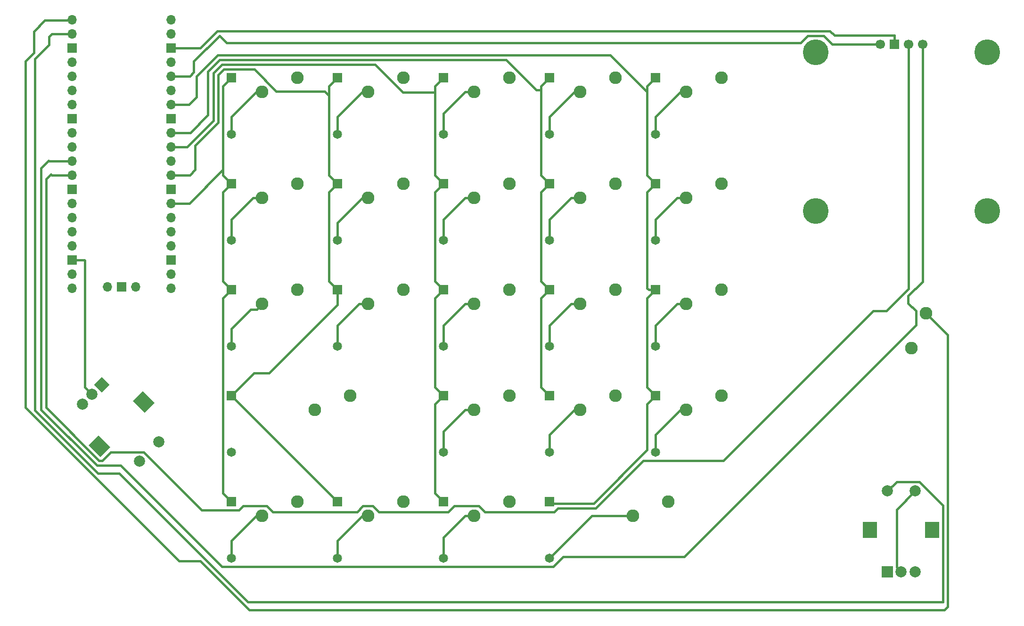
<source format=gbl>
%TF.GenerationSoftware,KiCad,Pcbnew,(5.1.10-1-10_14)*%
%TF.CreationDate,2021-11-02T16:22:22+01:00*%
%TF.ProjectId,blastpad,626c6173-7470-4616-942e-6b696361645f,rev?*%
%TF.SameCoordinates,Original*%
%TF.FileFunction,Copper,L2,Bot*%
%TF.FilePolarity,Positive*%
%FSLAX46Y46*%
G04 Gerber Fmt 4.6, Leading zero omitted, Abs format (unit mm)*
G04 Created by KiCad (PCBNEW (5.1.10-1-10_14)) date 2021-11-02 16:22:22*
%MOMM*%
%LPD*%
G01*
G04 APERTURE LIST*
%TA.AperFunction,ComponentPad*%
%ADD10C,1.651000*%
%TD*%
%TA.AperFunction,ComponentPad*%
%ADD11R,1.651000X1.651000*%
%TD*%
%TA.AperFunction,ComponentPad*%
%ADD12R,1.700000X1.700000*%
%TD*%
%TA.AperFunction,ComponentPad*%
%ADD13C,1.700000*%
%TD*%
%TA.AperFunction,WasherPad*%
%ADD14C,4.620000*%
%TD*%
%TA.AperFunction,ComponentPad*%
%ADD15O,1.700000X1.700000*%
%TD*%
%TA.AperFunction,ComponentPad*%
%ADD16C,2.286000*%
%TD*%
%TA.AperFunction,ComponentPad*%
%ADD17R,2.000000X2.000000*%
%TD*%
%TA.AperFunction,ComponentPad*%
%ADD18C,2.000000*%
%TD*%
%TA.AperFunction,ComponentPad*%
%ADD19R,2.500000X3.000000*%
%TD*%
%TA.AperFunction,ComponentPad*%
%ADD20C,0.150000*%
%TD*%
%TA.AperFunction,Conductor*%
%ADD21C,0.381000*%
%TD*%
G04 APERTURE END LIST*
D10*
%TO.P,D4:4,1*%
%TO.N,Net-(D4:4-Pad1)*%
X446900000Y-45080000D03*
D11*
%TO.P,D4:4,2*%
%TO.N,/COL4*%
X446900000Y-34920000D03*
%TD*%
D10*
%TO.P,D4:3,1*%
%TO.N,Net-(D4:3-Pad1)*%
X427850000Y-45080000D03*
D11*
%TO.P,D4:3,2*%
%TO.N,/COL3*%
X427850000Y-34920000D03*
%TD*%
D10*
%TO.P,D4:2,1*%
%TO.N,Net-(D4:2-Pad1)*%
X408800000Y-45080000D03*
D11*
%TO.P,D4:2,2*%
%TO.N,/COL2*%
X408800000Y-34920000D03*
%TD*%
D10*
%TO.P,D4:1,1*%
%TO.N,Net-(D4:1-Pad1)*%
X389750000Y-45080000D03*
D11*
%TO.P,D4:1,2*%
%TO.N,/COL1*%
X389750000Y-34920000D03*
%TD*%
D10*
%TO.P,D4:0,1*%
%TO.N,Net-(D4:0-Pad1)*%
X370700000Y-45080000D03*
D11*
%TO.P,D4:0,2*%
%TO.N,/COL0*%
X370700000Y-34920000D03*
%TD*%
D10*
%TO.P,D3:4,1*%
%TO.N,Net-(D3:4-Pad1)*%
X446900000Y-64130000D03*
D11*
%TO.P,D3:4,2*%
%TO.N,/COL4*%
X446900000Y-53970000D03*
%TD*%
D10*
%TO.P,D3:3,1*%
%TO.N,Net-(D3:3-Pad1)*%
X427850000Y-64130000D03*
D11*
%TO.P,D3:3,2*%
%TO.N,/COL3*%
X427850000Y-53970000D03*
%TD*%
D10*
%TO.P,D3:2,1*%
%TO.N,Net-(D3:2-Pad1)*%
X408800000Y-64130000D03*
D11*
%TO.P,D3:2,2*%
%TO.N,/COL2*%
X408800000Y-53970000D03*
%TD*%
D10*
%TO.P,D3:1,1*%
%TO.N,Net-(D3:1-Pad1)*%
X389750000Y-64130000D03*
D11*
%TO.P,D3:1,2*%
%TO.N,/COL1*%
X389750000Y-53970000D03*
%TD*%
D10*
%TO.P,D3:0,1*%
%TO.N,Net-(D3:0-Pad1)*%
X370700000Y-64130000D03*
D11*
%TO.P,D3:0,2*%
%TO.N,/COL0*%
X370700000Y-53970000D03*
%TD*%
D10*
%TO.P,D2:4,1*%
%TO.N,Net-(D2:4-Pad1)*%
X446900000Y-83180000D03*
D11*
%TO.P,D2:4,2*%
%TO.N,/COL4*%
X446900000Y-73020000D03*
%TD*%
D10*
%TO.P,D2:3,1*%
%TO.N,Net-(D2:3-Pad1)*%
X427850000Y-83180000D03*
D11*
%TO.P,D2:3,2*%
%TO.N,/COL3*%
X427850000Y-73020000D03*
%TD*%
D10*
%TO.P,D2:2,1*%
%TO.N,Net-(D2:2-Pad1)*%
X408800000Y-83180000D03*
D11*
%TO.P,D2:2,2*%
%TO.N,/COL2*%
X408800000Y-73020000D03*
%TD*%
D10*
%TO.P,D2:1,1*%
%TO.N,Net-(D2:1-Pad1)*%
X389750000Y-83180000D03*
D11*
%TO.P,D2:1,2*%
%TO.N,/COL1*%
X389750000Y-73020000D03*
%TD*%
D10*
%TO.P,D2:0,1*%
%TO.N,Net-(D2:0-Pad1)*%
X370700000Y-83180000D03*
D11*
%TO.P,D2:0,2*%
%TO.N,/COL0*%
X370700000Y-73020000D03*
%TD*%
D10*
%TO.P,D1:4,1*%
%TO.N,Net-(D1:4-Pad1)*%
X446900000Y-102230000D03*
D11*
%TO.P,D1:4,2*%
%TO.N,/COL4*%
X446900000Y-92070000D03*
%TD*%
D10*
%TO.P,D1:3,1*%
%TO.N,Net-(D1:3-Pad1)*%
X427850000Y-102230000D03*
D11*
%TO.P,D1:3,2*%
%TO.N,/COL3*%
X427850000Y-92070000D03*
%TD*%
D10*
%TO.P,D1:2,1*%
%TO.N,Net-(D1:2-Pad1)*%
X408800000Y-102230000D03*
D11*
%TO.P,D1:2,2*%
%TO.N,/COL2*%
X408800000Y-92070000D03*
%TD*%
D10*
%TO.P,D1:1,1*%
%TO.N,Net-(D1:1-Pad1)*%
X370700000Y-102230000D03*
D11*
%TO.P,D1:1,2*%
%TO.N,/COL1*%
X370700000Y-92070000D03*
%TD*%
D10*
%TO.P,D0:4,1*%
%TO.N,Net-(D0:4-Pad1)*%
X427850000Y-121280000D03*
D11*
%TO.P,D0:4,2*%
%TO.N,/COL4*%
X427850000Y-111120000D03*
%TD*%
D10*
%TO.P,D0:2,1*%
%TO.N,Net-(D0:2-Pad1)*%
X408800000Y-121280000D03*
D11*
%TO.P,D0:2,2*%
%TO.N,/COL2*%
X408800000Y-111120000D03*
%TD*%
D10*
%TO.P,D0:1,1*%
%TO.N,Net-(D0:1-Pad1)*%
X389750000Y-121280000D03*
D11*
%TO.P,D0:1,2*%
%TO.N,/COL1*%
X389750000Y-111120000D03*
%TD*%
D10*
%TO.P,D0:0,1*%
%TO.N,Net-(D0:0-Pad1)*%
X370700000Y-121280000D03*
D11*
%TO.P,D0:0,2*%
%TO.N,/COL0*%
X370700000Y-111120000D03*
%TD*%
D12*
%TO.P,DISPLAY1,2*%
%TO.N,GND*%
X489810000Y-28875000D03*
D13*
%TO.P,DISPLAY1,3*%
%TO.N,/SCL*%
X492350000Y-28875000D03*
%TO.P,DISPLAY1,4*%
%TO.N,/SDA*%
X494890000Y-28875000D03*
%TO.P,DISPLAY1,1*%
%TO.N,VCC*%
X487270000Y-28875000D03*
D14*
%TO.P,DISPLAY1,*%
%TO.N,*%
X475677400Y-30333000D03*
X506482600Y-30333000D03*
X506482600Y-58907000D03*
X475677400Y-58907000D03*
%TD*%
D15*
%TO.P,MCU1,43*%
%TO.N,Net-(MCU1-Pad43)*%
X353540000Y-72500000D03*
D12*
%TO.P,MCU1,42*%
%TO.N,Net-(MCU1-Pad42)*%
X351000000Y-72500000D03*
D15*
%TO.P,MCU1,41*%
%TO.N,Net-(MCU1-Pad41)*%
X348460000Y-72500000D03*
%TO.P,MCU1,40*%
%TO.N,Net-(MCU1-Pad40)*%
X359890000Y-24470000D03*
%TO.P,MCU1,39*%
%TO.N,Net-(MCU1-Pad39)*%
X359890000Y-27010000D03*
D12*
%TO.P,MCU1,38*%
%TO.N,GND*%
X359890000Y-29550000D03*
D15*
%TO.P,MCU1,37*%
%TO.N,Net-(MCU1-Pad37)*%
X359890000Y-32090000D03*
%TO.P,MCU1,36*%
%TO.N,VCC*%
X359890000Y-34630000D03*
%TO.P,MCU1,35*%
%TO.N,Net-(MCU1-Pad35)*%
X359890000Y-37170000D03*
%TO.P,MCU1,34*%
%TO.N,/COL4*%
X359890000Y-39710000D03*
D12*
%TO.P,MCU1,33*%
%TO.N,GND*%
X359890000Y-42250000D03*
D15*
%TO.P,MCU1,32*%
%TO.N,/COL3*%
X359890000Y-44790000D03*
%TO.P,MCU1,31*%
%TO.N,/COL2*%
X359890000Y-47330000D03*
%TO.P,MCU1,30*%
%TO.N,Net-(MCU1-Pad30)*%
X359890000Y-49870000D03*
%TO.P,MCU1,29*%
%TO.N,/COL1*%
X359890000Y-52410000D03*
D12*
%TO.P,MCU1,28*%
%TO.N,GND*%
X359890000Y-54950000D03*
D15*
%TO.P,MCU1,27*%
%TO.N,/COL0*%
X359890000Y-57490000D03*
%TO.P,MCU1,26*%
%TO.N,/ROW4*%
X359890000Y-60030000D03*
%TO.P,MCU1,25*%
%TO.N,/ROW3*%
X359890000Y-62570000D03*
%TO.P,MCU1,24*%
%TO.N,/ROW2*%
X359890000Y-65110000D03*
D12*
%TO.P,MCU1,23*%
%TO.N,GND*%
X359890000Y-67650000D03*
D15*
%TO.P,MCU1,22*%
%TO.N,/ROW1*%
X359890000Y-70190000D03*
%TO.P,MCU1,21*%
%TO.N,/ROW0*%
X359890000Y-72730000D03*
%TO.P,MCU1,20*%
%TO.N,/EN2_SW*%
X342110000Y-72730000D03*
%TO.P,MCU1,19*%
%TO.N,Net-(MCU1-Pad19)*%
X342110000Y-70190000D03*
D12*
%TO.P,MCU1,18*%
%TO.N,GND*%
X342110000Y-67650000D03*
D15*
%TO.P,MCU1,17*%
%TO.N,Net-(MCU1-Pad17)*%
X342110000Y-65110000D03*
%TO.P,MCU1,16*%
%TO.N,Net-(MCU1-Pad16)*%
X342110000Y-62570000D03*
%TO.P,MCU1,15*%
%TO.N,Net-(MCU1-Pad15)*%
X342110000Y-60030000D03*
%TO.P,MCU1,14*%
%TO.N,Net-(MCU1-Pad14)*%
X342110000Y-57490000D03*
D12*
%TO.P,MCU1,13*%
%TO.N,GND*%
X342110000Y-54950000D03*
D15*
%TO.P,MCU1,12*%
%TO.N,/SCL*%
X342110000Y-52410000D03*
%TO.P,MCU1,11*%
%TO.N,/SDA*%
X342110000Y-49870000D03*
%TO.P,MCU1,10*%
%TO.N,Net-(MCU1-Pad10)*%
X342110000Y-47330000D03*
%TO.P,MCU1,9*%
%TO.N,Net-(MCU1-Pad9)*%
X342110000Y-44790000D03*
D12*
%TO.P,MCU1,8*%
%TO.N,GND*%
X342110000Y-42250000D03*
D15*
%TO.P,MCU1,7*%
%TO.N,/EN1_A*%
X342110000Y-39710000D03*
%TO.P,MCU1,6*%
%TO.N,/EN1_B*%
X342110000Y-37170000D03*
%TO.P,MCU1,5*%
%TO.N,/EN2_A*%
X342110000Y-34630000D03*
%TO.P,MCU1,4*%
%TO.N,/EN2_B*%
X342110000Y-32090000D03*
D12*
%TO.P,MCU1,3*%
%TO.N,GND*%
X342110000Y-29550000D03*
D15*
%TO.P,MCU1,2*%
%TO.N,/EN1_SW*%
X342110000Y-27010000D03*
%TO.P,MCU1,1*%
%TO.N,/SW_WHEEL*%
X342110000Y-24470000D03*
%TD*%
D16*
%TO.P,SW0:0,2*%
%TO.N,Net-(D0:0-Pad1)*%
X376190000Y-113660000D03*
%TO.P,SW0:0,1*%
%TO.N,/ROW0*%
X382540000Y-111120000D03*
%TD*%
%TO.P,SW0:1,2*%
%TO.N,Net-(D0:1-Pad1)*%
X395240000Y-113660000D03*
%TO.P,SW0:1,1*%
%TO.N,/ROW0*%
X401590000Y-111120000D03*
%TD*%
%TO.P,SW0:2,2*%
%TO.N,Net-(D0:2-Pad1)*%
X414290000Y-113660000D03*
%TO.P,SW0:2,1*%
%TO.N,/ROW0*%
X420640000Y-111120000D03*
%TD*%
%TO.P,SW0:4,2*%
%TO.N,Net-(D0:4-Pad1)*%
X442865000Y-113660000D03*
%TO.P,SW0:4,1*%
%TO.N,/ROW0*%
X449215000Y-111120000D03*
%TD*%
%TO.P,SW1:1,2*%
%TO.N,Net-(D1:1-Pad1)*%
X385715000Y-94610000D03*
%TO.P,SW1:1,1*%
%TO.N,/ROW1*%
X392065000Y-92070000D03*
%TD*%
%TO.P,SW1:2,2*%
%TO.N,Net-(D1:2-Pad1)*%
X414290000Y-94610000D03*
%TO.P,SW1:2,1*%
%TO.N,/ROW1*%
X420640000Y-92070000D03*
%TD*%
%TO.P,SW1:3,2*%
%TO.N,Net-(D1:3-Pad1)*%
X433340000Y-94610000D03*
%TO.P,SW1:3,1*%
%TO.N,/ROW1*%
X439690000Y-92070000D03*
%TD*%
%TO.P,SW1:4,2*%
%TO.N,Net-(D1:4-Pad1)*%
X452390000Y-94610000D03*
%TO.P,SW1:4,1*%
%TO.N,/ROW1*%
X458740000Y-92070000D03*
%TD*%
%TO.P,SW2:0,2*%
%TO.N,Net-(D2:0-Pad1)*%
X376190000Y-75560000D03*
%TO.P,SW2:0,1*%
%TO.N,/ROW2*%
X382540000Y-73020000D03*
%TD*%
%TO.P,SW2:1,2*%
%TO.N,Net-(D2:1-Pad1)*%
X395240000Y-75560000D03*
%TO.P,SW2:1,1*%
%TO.N,/ROW2*%
X401590000Y-73020000D03*
%TD*%
%TO.P,SW2:2,2*%
%TO.N,Net-(D2:2-Pad1)*%
X414290000Y-75560000D03*
%TO.P,SW2:2,1*%
%TO.N,/ROW2*%
X420640000Y-73020000D03*
%TD*%
%TO.P,SW2:3,2*%
%TO.N,Net-(D2:3-Pad1)*%
X433340000Y-75560000D03*
%TO.P,SW2:3,1*%
%TO.N,/ROW2*%
X439690000Y-73020000D03*
%TD*%
%TO.P,SW2:4,2*%
%TO.N,Net-(D2:4-Pad1)*%
X452390000Y-75560000D03*
%TO.P,SW2:4,1*%
%TO.N,/ROW2*%
X458740000Y-73020000D03*
%TD*%
%TO.P,SW3:0,2*%
%TO.N,Net-(D3:0-Pad1)*%
X376190000Y-56510000D03*
%TO.P,SW3:0,1*%
%TO.N,/ROW3*%
X382540000Y-53970000D03*
%TD*%
%TO.P,SW3:1,2*%
%TO.N,Net-(D3:1-Pad1)*%
X395240000Y-56510000D03*
%TO.P,SW3:1,1*%
%TO.N,/ROW3*%
X401590000Y-53970000D03*
%TD*%
%TO.P,SW3:2,2*%
%TO.N,Net-(D3:2-Pad1)*%
X414290000Y-56510000D03*
%TO.P,SW3:2,1*%
%TO.N,/ROW3*%
X420640000Y-53970000D03*
%TD*%
%TO.P,SW3:3,2*%
%TO.N,Net-(D3:3-Pad1)*%
X433340000Y-56510000D03*
%TO.P,SW3:3,1*%
%TO.N,/ROW3*%
X439690000Y-53970000D03*
%TD*%
%TO.P,SW3:4,2*%
%TO.N,Net-(D3:4-Pad1)*%
X452390000Y-56510000D03*
%TO.P,SW3:4,1*%
%TO.N,/ROW3*%
X458740000Y-53970000D03*
%TD*%
%TO.P,SW4:0,2*%
%TO.N,Net-(D4:0-Pad1)*%
X376190000Y-37460000D03*
%TO.P,SW4:0,1*%
%TO.N,/ROW4*%
X382540000Y-34920000D03*
%TD*%
%TO.P,SW4:1,2*%
%TO.N,Net-(D4:1-Pad1)*%
X395240000Y-37460000D03*
%TO.P,SW4:1,1*%
%TO.N,/ROW4*%
X401590000Y-34920000D03*
%TD*%
%TO.P,SW4:2,2*%
%TO.N,Net-(D4:2-Pad1)*%
X414290000Y-37460000D03*
%TO.P,SW4:2,1*%
%TO.N,/ROW4*%
X420640000Y-34920000D03*
%TD*%
%TO.P,SW4:3,2*%
%TO.N,Net-(D4:3-Pad1)*%
X433340000Y-37460000D03*
%TO.P,SW4:3,1*%
%TO.N,/ROW4*%
X439690000Y-34920000D03*
%TD*%
%TO.P,SW4:4,2*%
%TO.N,Net-(D4:4-Pad1)*%
X452390000Y-37460000D03*
%TO.P,SW4:4,1*%
%TO.N,/ROW4*%
X458740000Y-34920000D03*
%TD*%
%TO.P,SW:WHEEL1,2*%
%TO.N,/SW_WHEEL*%
X495540128Y-77201974D03*
%TO.P,SW:WHEEL1,1*%
%TO.N,GND*%
X492846051Y-83488154D03*
%TD*%
D17*
%TO.P,EN1,A*%
%TO.N,/EN1_A*%
X488550000Y-123700000D03*
D18*
%TO.P,EN1,C*%
%TO.N,GND*%
X491050000Y-123700000D03*
%TO.P,EN1,B*%
%TO.N,/EN1_B*%
X493550000Y-123700000D03*
D19*
%TO.P,EN1,MP*%
%TO.N,N/C*%
X485450000Y-116200000D03*
X496650000Y-116200000D03*
D18*
%TO.P,EN1,S1*%
%TO.N,/EN1_SW*%
X488550000Y-109200000D03*
%TO.P,EN1,S2*%
%TO.N,GND*%
X493550000Y-109200000D03*
%TD*%
%TA.AperFunction,ComponentPad*%
D20*
%TO.P,EN2,A*%
%TO.N,/EN2_A*%
G36*
X346035786Y-90075000D02*
G01*
X347450000Y-88660786D01*
X348864214Y-90075000D01*
X347450000Y-91489214D01*
X346035786Y-90075000D01*
G37*
%TD.AperFunction*%
D18*
%TO.P,EN2,C*%
%TO.N,GND*%
X345682233Y-91842767D03*
%TO.P,EN2,B*%
%TO.N,/EN2_B*%
X343914466Y-93610534D03*
%TA.AperFunction,ComponentPad*%
D20*
%TO.P,EN2,MP*%
%TO.N,N/C*%
G36*
X353000788Y-93009493D02*
G01*
X354768555Y-91241726D01*
X356889876Y-93363047D01*
X355122109Y-95130814D01*
X353000788Y-93009493D01*
G37*
%TD.AperFunction*%
%TA.AperFunction,ComponentPad*%
G36*
X345081192Y-100929089D02*
G01*
X346848959Y-99161322D01*
X348970280Y-101282643D01*
X347202513Y-103050410D01*
X345081192Y-100929089D01*
G37*
%TD.AperFunction*%
D18*
%TO.P,EN2,S1*%
%TO.N,/EN2_SW*%
X357703048Y-100328048D03*
%TO.P,EN2,S2*%
%TO.N,GND*%
X354167514Y-103863582D03*
%TD*%
D21*
%TO.N,/COL0*%
X369201399Y-52471399D02*
X370700000Y-53970000D01*
X370700000Y-34920000D02*
X369201399Y-36418601D01*
X369201399Y-55468601D02*
X369201399Y-71521399D01*
X369201399Y-71521399D02*
X370700000Y-73020000D01*
X370700000Y-53970000D02*
X369201399Y-55468601D01*
X369201399Y-109621399D02*
X370700000Y-111120000D01*
X369201399Y-74518601D02*
X369201399Y-109621399D01*
X370700000Y-73020000D02*
X369201399Y-74518601D01*
X369201399Y-36418601D02*
X369201399Y-50031399D01*
X369201399Y-50031399D02*
X369201399Y-52471399D01*
X363170000Y-57490000D02*
X359890000Y-57490000D01*
X369201399Y-51458601D02*
X363170000Y-57490000D01*
X369201399Y-50031399D02*
X369201399Y-51458601D01*
%TO.N,/COL1*%
X388251399Y-52471399D02*
X389750000Y-53970000D01*
X389750000Y-34920000D02*
X388251399Y-36418601D01*
X388251399Y-71521399D02*
X389750000Y-73020000D01*
X388251399Y-55468601D02*
X388251399Y-71521399D01*
X389750000Y-53970000D02*
X388251399Y-55468601D01*
X374802101Y-87967899D02*
X370700000Y-92070000D01*
X377467623Y-87967899D02*
X374802101Y-87967899D01*
X389750000Y-75685522D02*
X377467623Y-87967899D01*
X389750000Y-73020000D02*
X389750000Y-75685522D01*
X389750000Y-111120000D02*
X370700000Y-92070000D01*
X388251399Y-36418601D02*
X388251399Y-38128601D01*
X388251399Y-38128601D02*
X388251399Y-52471399D01*
X363220000Y-52410000D02*
X359890000Y-52410000D01*
X364200000Y-47072656D02*
X364200000Y-51430000D01*
X368337789Y-42934867D02*
X364200000Y-47072656D01*
X378750829Y-37332999D02*
X374839229Y-33421399D01*
X369336019Y-33421399D02*
X368337789Y-34419629D01*
X364200000Y-51430000D02*
X363220000Y-52410000D01*
X388251399Y-38128601D02*
X387455797Y-37332999D01*
X374839229Y-33421399D02*
X369336019Y-33421399D01*
X368337789Y-34419629D02*
X368337789Y-42934867D01*
X387455797Y-37332999D02*
X378750829Y-37332999D01*
%TO.N,/COL2*%
X407301399Y-52471399D02*
X408800000Y-53970000D01*
X408800000Y-34920000D02*
X407301399Y-36418601D01*
X407301399Y-90571399D02*
X408800000Y-92070000D01*
X407301399Y-74518601D02*
X407301399Y-90571399D01*
X408800000Y-73020000D02*
X407301399Y-74518601D01*
X407301399Y-109621399D02*
X408800000Y-111120000D01*
X407301399Y-93568601D02*
X407301399Y-109621399D01*
X408800000Y-92070000D02*
X407301399Y-93568601D01*
X407301399Y-71521399D02*
X408800000Y-73020000D01*
X407301399Y-55468601D02*
X407301399Y-71521399D01*
X408800000Y-53970000D02*
X407301399Y-55468601D01*
X407301399Y-36418601D02*
X407301399Y-37528601D01*
X407301399Y-37528601D02*
X407301399Y-52471399D01*
X367474179Y-42577149D02*
X362721328Y-47330000D01*
X407301399Y-37528601D02*
X401510771Y-37528601D01*
X367474179Y-34061911D02*
X367474179Y-42577149D01*
X368978301Y-32557789D02*
X367474179Y-34061911D01*
X396539959Y-32557789D02*
X368978301Y-32557789D01*
X362721328Y-47330000D02*
X359890000Y-47330000D01*
X401510771Y-37528601D02*
X396539959Y-32557789D01*
%TO.N,/COL3*%
X426351399Y-74518601D02*
X427850000Y-73020000D01*
X426351399Y-90571399D02*
X426351399Y-74518601D01*
X427850000Y-92070000D02*
X426351399Y-90571399D01*
X426351399Y-55468601D02*
X427850000Y-53970000D01*
X426351399Y-71521399D02*
X426351399Y-55468601D01*
X427850000Y-73020000D02*
X426351399Y-71521399D01*
X426351399Y-36418601D02*
X427850000Y-34920000D01*
X427850000Y-53970000D02*
X426351399Y-52471399D01*
X426351399Y-37078601D02*
X426351399Y-36418601D01*
X426351399Y-52471399D02*
X426351399Y-37078601D01*
X363340000Y-44790000D02*
X359890000Y-44790000D01*
X366500000Y-41630000D02*
X363340000Y-44790000D01*
X366500000Y-33814762D02*
X366500000Y-41630000D01*
X420102009Y-31694179D02*
X368620583Y-31694179D01*
X425486431Y-37078601D02*
X420102009Y-31694179D01*
X368620583Y-31694179D02*
X366500000Y-33814762D01*
X426351399Y-37078601D02*
X425486431Y-37078601D01*
%TO.N,/COL4*%
X445401399Y-93568601D02*
X446900000Y-92070000D01*
X445401399Y-101802311D02*
X445401399Y-93568601D01*
X435791609Y-111412101D02*
X445401399Y-101802311D01*
X428142101Y-111412101D02*
X435791609Y-111412101D01*
X427850000Y-111120000D02*
X428142101Y-111412101D01*
X445401399Y-74518601D02*
X446900000Y-73020000D01*
X445401399Y-90571399D02*
X445401399Y-74518601D01*
X446900000Y-92070000D02*
X445401399Y-90571399D01*
X445401399Y-72727899D02*
X445401399Y-55468601D01*
X445693500Y-73020000D02*
X445401399Y-72727899D01*
X445401399Y-55468601D02*
X446900000Y-53970000D01*
X446900000Y-73020000D02*
X445693500Y-73020000D01*
X445401399Y-36418601D02*
X446900000Y-34920000D01*
X446900000Y-53970000D02*
X445401399Y-52471399D01*
X445401399Y-37428601D02*
X438803367Y-30830569D01*
X445401399Y-52471399D02*
X445401399Y-37428601D01*
X445401399Y-37428601D02*
X445401399Y-36418601D01*
X364813610Y-34279824D02*
X364813610Y-34287718D01*
X368262865Y-30830569D02*
X364813610Y-34279824D01*
X438803367Y-30830569D02*
X368262865Y-30830569D01*
X364813610Y-34287718D02*
X364460664Y-34640664D01*
X364460664Y-34640664D02*
X364460664Y-38369336D01*
X363120000Y-39710000D02*
X359890000Y-39710000D01*
X364460664Y-38369336D02*
X363120000Y-39710000D01*
%TO.N,GND*%
X490223101Y-122873101D02*
X491050000Y-123700000D01*
X490223101Y-112526899D02*
X490223101Y-122873101D01*
X493550000Y-109200000D02*
X490223101Y-112526899D01*
X344350000Y-67730000D02*
X344350000Y-90510534D01*
X344300000Y-67680000D02*
X344350000Y-67730000D01*
X342140000Y-67680000D02*
X344300000Y-67680000D01*
X344350000Y-90510534D02*
X345682233Y-91842767D01*
X342110000Y-67650000D02*
X342140000Y-67680000D01*
X489810000Y-27290000D02*
X489810000Y-28875000D01*
X365130000Y-29550000D02*
X368193711Y-26486289D01*
X359890000Y-29550000D02*
X365130000Y-29550000D01*
X489810000Y-27290000D02*
X479060000Y-27290000D01*
X478256289Y-26486289D02*
X368193711Y-26486289D01*
X479060000Y-27290000D02*
X478256289Y-26486289D01*
%TO.N,VCC*%
X369831530Y-28630000D02*
X472965410Y-28630000D01*
X472965410Y-28630000D02*
X474245511Y-27349899D01*
X363950000Y-31951328D02*
X368551429Y-27349899D01*
X368551429Y-27349899D02*
X369831530Y-28630000D01*
X363250000Y-34630000D02*
X363950000Y-33930000D01*
X363950000Y-33930000D02*
X363950000Y-31951328D01*
X359890000Y-34630000D02*
X363250000Y-34630000D01*
X477109289Y-27349899D02*
X478629390Y-28870000D01*
X474245511Y-27349899D02*
X477109289Y-27349899D01*
X487265000Y-28870000D02*
X487270000Y-28875000D01*
X478629390Y-28870000D02*
X487265000Y-28870000D01*
%TO.N,Net-(D0:0-Pad1)*%
X375204478Y-113660000D02*
X376190000Y-113660000D01*
X370700000Y-118164478D02*
X375204478Y-113660000D01*
X370700000Y-121280000D02*
X370700000Y-118164478D01*
%TO.N,Net-(D0:1-Pad1)*%
X394254478Y-113660000D02*
X395240000Y-113660000D01*
X389750000Y-118164478D02*
X394254478Y-113660000D01*
X389750000Y-121280000D02*
X389750000Y-118164478D01*
%TO.N,Net-(D0:2-Pad1)*%
X408800000Y-117533554D02*
X412673554Y-113660000D01*
X412673554Y-113660000D02*
X414290000Y-113660000D01*
X408800000Y-121280000D02*
X408800000Y-117533554D01*
%TO.N,Net-(D1:2-Pad1)*%
X412673554Y-94610000D02*
X414290000Y-94610000D01*
X408800000Y-98483554D02*
X412673554Y-94610000D01*
X408800000Y-102230000D02*
X408800000Y-98483554D01*
%TO.N,Net-(D1:3-Pad1)*%
X432354478Y-94610000D02*
X433340000Y-94610000D01*
X427850000Y-99114478D02*
X432354478Y-94610000D01*
X427850000Y-102230000D02*
X427850000Y-99114478D01*
%TO.N,Net-(D1:4-Pad1)*%
X446900000Y-99114478D02*
X451404478Y-94610000D01*
X451404478Y-94610000D02*
X452390000Y-94610000D01*
X446900000Y-102230000D02*
X446900000Y-99114478D01*
%TO.N,Net-(D2:0-Pad1)*%
X370700000Y-80064478D02*
X370700000Y-83180000D01*
X374188479Y-76575999D02*
X370700000Y-80064478D01*
X375254001Y-76575999D02*
X374188479Y-76575999D01*
X376190000Y-75640000D02*
X375254001Y-76575999D01*
X376190000Y-75560000D02*
X376190000Y-75640000D01*
%TO.N,Net-(D2:1-Pad1)*%
X393623554Y-75560000D02*
X395240000Y-75560000D01*
X389750000Y-79433554D02*
X393623554Y-75560000D01*
X389750000Y-83180000D02*
X389750000Y-79433554D01*
%TO.N,Net-(D2:2-Pad1)*%
X412673554Y-75560000D02*
X414290000Y-75560000D01*
X408800000Y-79433554D02*
X412673554Y-75560000D01*
X408800000Y-83180000D02*
X408800000Y-79433554D01*
%TO.N,Net-(D2:3-Pad1)*%
X431723554Y-75560000D02*
X433340000Y-75560000D01*
X427850000Y-79433554D02*
X431723554Y-75560000D01*
X427850000Y-83180000D02*
X427850000Y-79433554D01*
%TO.N,Net-(D2:4-Pad1)*%
X446900000Y-79433554D02*
X450773554Y-75560000D01*
X450773554Y-75560000D02*
X452390000Y-75560000D01*
X446900000Y-83180000D02*
X446900000Y-79433554D01*
%TO.N,Net-(D3:0-Pad1)*%
X374573554Y-56510000D02*
X376190000Y-56510000D01*
X370700000Y-60383554D02*
X374573554Y-56510000D01*
X370700000Y-64130000D02*
X370700000Y-60383554D01*
%TO.N,Net-(D3:1-Pad1)*%
X394254478Y-56510000D02*
X395240000Y-56510000D01*
X389750000Y-61014478D02*
X394254478Y-56510000D01*
X389750000Y-64130000D02*
X389750000Y-61014478D01*
%TO.N,Net-(D3:2-Pad1)*%
X412673554Y-56510000D02*
X414290000Y-56510000D01*
X408800000Y-60383554D02*
X412673554Y-56510000D01*
X408800000Y-64130000D02*
X408800000Y-60383554D01*
%TO.N,Net-(D3:3-Pad1)*%
X431723554Y-56510000D02*
X433340000Y-56510000D01*
X427850000Y-60383554D02*
X431723554Y-56510000D01*
X427850000Y-64130000D02*
X427850000Y-60383554D01*
%TO.N,Net-(D3:4-Pad1)*%
X450773554Y-56510000D02*
X452390000Y-56510000D01*
X446900000Y-60383554D02*
X450773554Y-56510000D01*
X446900000Y-64130000D02*
X446900000Y-60383554D01*
%TO.N,Net-(D4:0-Pad1)*%
X375204478Y-37460000D02*
X376190000Y-37460000D01*
X370700000Y-41964478D02*
X375204478Y-37460000D01*
X370700000Y-45080000D02*
X370700000Y-41964478D01*
%TO.N,Net-(D4:1-Pad1)*%
X394254478Y-37460000D02*
X395240000Y-37460000D01*
X389750000Y-41964478D02*
X394254478Y-37460000D01*
X389750000Y-45080000D02*
X389750000Y-41964478D01*
%TO.N,Net-(D4:2-Pad1)*%
X412673554Y-37460000D02*
X414290000Y-37460000D01*
X408800000Y-41333554D02*
X412673554Y-37460000D01*
X408800000Y-45080000D02*
X408800000Y-41333554D01*
%TO.N,Net-(D4:3-Pad1)*%
X432354478Y-37460000D02*
X433340000Y-37460000D01*
X427850000Y-41964478D02*
X432354478Y-37460000D01*
X427850000Y-45080000D02*
X427850000Y-41964478D01*
%TO.N,Net-(D4:4-Pad1)*%
X451404478Y-37460000D02*
X452390000Y-37460000D01*
X446900000Y-41964478D02*
X451404478Y-37460000D01*
X446900000Y-45080000D02*
X446900000Y-41964478D01*
%TO.N,Net-(D0:4-Pad1)*%
X435470000Y-113660000D02*
X427850000Y-121280000D01*
X442865000Y-113660000D02*
X435470000Y-113660000D01*
%TO.N,/SW_WHEEL*%
X337180000Y-24620000D02*
X341960000Y-24620000D01*
X341960000Y-24620000D02*
X342110000Y-24470000D01*
X495540128Y-77201974D02*
X499436711Y-81098557D01*
X499436711Y-129953289D02*
X498800000Y-130590000D01*
X499436711Y-81098557D02*
X499436711Y-129953289D01*
X333710000Y-94173804D02*
X333710000Y-31980000D01*
X333710000Y-31980000D02*
X335230000Y-30460000D01*
X335230000Y-26570000D02*
X337180000Y-24620000D01*
X335230000Y-30460000D02*
X335230000Y-26570000D01*
X333710000Y-94173804D02*
X361336196Y-121800000D01*
X373888672Y-130590000D02*
X374010000Y-130590000D01*
X361336196Y-121800000D02*
X365098672Y-121800000D01*
X365098672Y-121800000D02*
X373888672Y-130590000D01*
X498800000Y-130590000D02*
X374010000Y-130590000D01*
%TO.N,/SCL*%
X346923700Y-103723520D02*
X337400000Y-94199820D01*
X347481326Y-103723520D02*
X346923700Y-103723520D01*
X349014365Y-102190481D02*
X347481326Y-103723520D01*
X354970603Y-102190481D02*
X349014365Y-102190481D01*
X365398723Y-112618601D02*
X354970603Y-102190481D01*
X372063981Y-112618601D02*
X365398723Y-112618601D01*
X372838683Y-111843899D02*
X372063981Y-112618601D01*
X486043203Y-76826865D02*
X459141467Y-103728601D01*
X377061729Y-111843899D02*
X372838683Y-111843899D01*
X393276069Y-112936101D02*
X378153931Y-112936101D01*
X394368271Y-111843899D02*
X393276069Y-112936101D01*
X396111729Y-111843899D02*
X394368271Y-111843899D01*
X415161729Y-111843899D02*
X410730413Y-111843899D01*
X378153931Y-112936101D02*
X377061729Y-111843899D01*
X397203931Y-112936101D02*
X396111729Y-111843899D01*
X409638211Y-112936101D02*
X397203931Y-112936101D01*
X410730413Y-111843899D02*
X409638211Y-112936101D01*
X416253931Y-112936101D02*
X415161729Y-111843899D01*
X488375973Y-76826865D02*
X486043203Y-76826865D01*
X429348601Y-112275711D02*
X428688211Y-112936101D01*
X428688211Y-112936101D02*
X416253931Y-112936101D01*
X459141467Y-103728601D02*
X444696437Y-103728601D01*
X492350000Y-72852838D02*
X488375973Y-76826865D01*
X436149327Y-112275711D02*
X429348601Y-112275711D01*
X444696437Y-103728601D02*
X436149327Y-112275711D01*
X492350000Y-30272000D02*
X492350000Y-72852838D01*
X337400000Y-94199820D02*
X337400000Y-53130000D01*
X337400000Y-53130000D02*
X338300000Y-52230000D01*
X338480000Y-52410000D02*
X342110000Y-52410000D01*
X338300000Y-52230000D02*
X338480000Y-52410000D01*
X492350000Y-30272000D02*
X492350000Y-28875000D01*
%TO.N,/SDA*%
X494890000Y-30272000D02*
X494890000Y-28875000D01*
X337880000Y-49830000D02*
X337920000Y-49870000D01*
X337920000Y-49870000D02*
X342110000Y-49870000D01*
X336536390Y-51173610D02*
X337880000Y-49830000D01*
X494890000Y-71534166D02*
X492330161Y-74094005D01*
X336536390Y-94557538D02*
X336536390Y-51173610D01*
X492330161Y-75432999D02*
X493717001Y-76819839D01*
X493717001Y-79380161D02*
X452094435Y-121002727D01*
X492330161Y-74094005D02*
X492330161Y-75432999D01*
X452094435Y-121002727D02*
X430345203Y-121002727D01*
X493717001Y-76819839D02*
X493717001Y-79380161D01*
X494890000Y-30272000D02*
X494890000Y-71534166D01*
X430345203Y-121002727D02*
X428569329Y-122778601D01*
X346565982Y-104587130D02*
X350807130Y-104587130D01*
X336536390Y-94557538D02*
X346565982Y-104587130D01*
X368998601Y-122778601D02*
X369498601Y-122778601D01*
X350807130Y-104587130D02*
X368998601Y-122778601D01*
X428569329Y-122778601D02*
X369498601Y-122778601D01*
%TO.N,/EN1_SW*%
X337920000Y-27520000D02*
X338430000Y-27010000D01*
X337920000Y-29010000D02*
X337920000Y-27520000D01*
X335400000Y-31530000D02*
X337920000Y-29010000D01*
X338430000Y-27010000D02*
X342110000Y-27010000D01*
X335400000Y-94642476D02*
X335400000Y-31530000D01*
X488550000Y-109200000D02*
X490223101Y-107526899D01*
X490223101Y-107526899D02*
X494353089Y-107526899D01*
X498573101Y-111746911D02*
X498573101Y-129116899D01*
X494353089Y-107526899D02*
X498573101Y-111746911D01*
X373703101Y-129116899D02*
X373636899Y-129116899D01*
X498573101Y-129116899D02*
X373703101Y-129116899D01*
X346757524Y-106000000D02*
X335400000Y-94642476D01*
X350520000Y-106000000D02*
X346757524Y-106000000D01*
X373636899Y-129116899D02*
X350520000Y-106000000D01*
%TD*%
M02*

</source>
